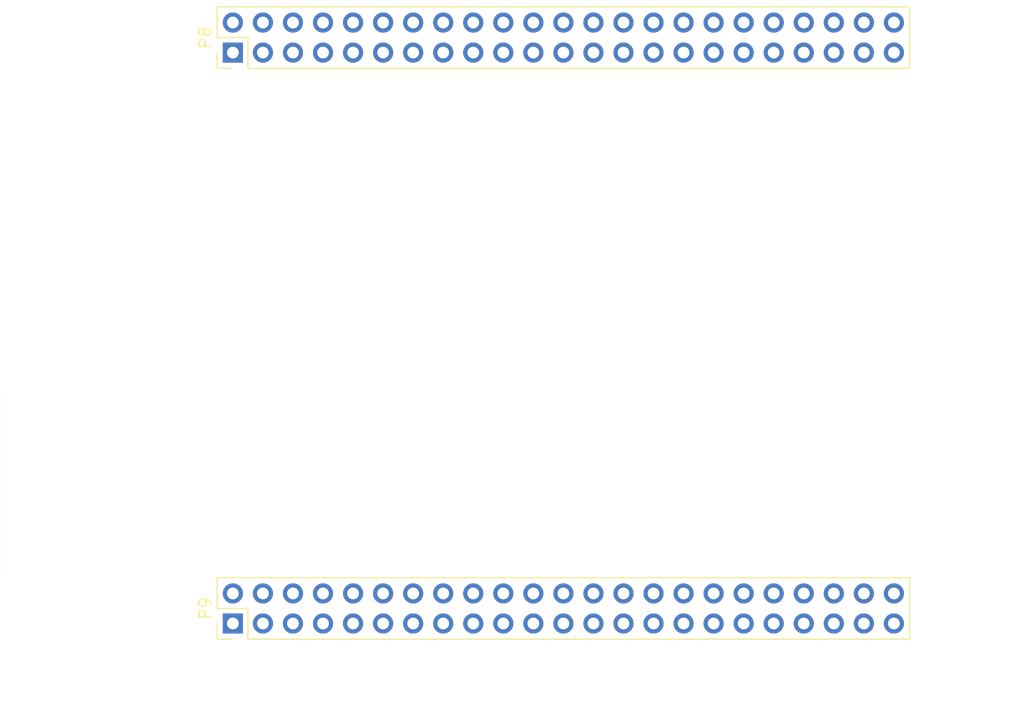
<source format=kicad_pcb>
(kicad_pcb (version 20240108) (generator "pcbnew") (generator_version "8.0")
  (layers (0 "F.Cu" signal) (31 "B.Cu" signal) (34 "B.Paste" user) (35 "F.Paste" user) (36 "B.SilkS" user "B.Silkscreen") (37 "F.SilkS" user "F.Silkscreen") (38 "B.Mask" user) (39 "F.Mask" user) (44 "Edge.Cuts" user))
  (net 0 "")
  (net 1 "/SPI1.D0")
  (net 2 "/MMC1.DAT6")
  (net 3 "/MMC1.DAT7")
  (net 4 "/MMC1.DAT2")
  (net 5 "/MMC1.DAT3")
  (net 6 "/GPIO66")
  (net 7 "/GPIO67")
  (net 8 "/GPIO69")
  (net 9 "/GPIO68")
  (net 10 "/GPIO45")
  (net 11 "/GPIO44")
  (net 12 "/GPIO23")
  (net 13 "/GPIO26")
  (net 14 "/GPIO47")
  (net 15 "/GPIO46")
  (net 16 "/GPIO27")
  (net 17 "/LCD.AC_BIAS_E")
  (net 18 "/LCD.HSYNC")
  (net 19 "/GPIO65")
  (net 20 "/LCD.VSYNC")
  (net 21 "/LCD.PCLK")
  (net 22 "/GPIO22")
  (net 23 "/MMC1.DAT5")
  (net 24 "/MMC1.DAT4")
  (net 25 "/MMC1.DAT1")
  (net 26 "/MMC1.CLK")
  (net 27 "/MMC1.CMD")
  (net 28 "/MMC1.DAT0")
  (net 29 "/GPIO61")
  (net 30 "/LCD.DATA14")
  (net 31 "/LCD.DATA15")
  (net 32 "/LCD.DATA13")
  (net 33 "/LCD.DATA11")
  (net 34 "/LCD.DATA8")
  (net 35 "/LCD.DATA10")
  (net 36 "/LCD.DATA6")
  (net 37 "/LCD.DATA9")
  (net 38 "/LCD.DATA4")
  (net 39 "/LCD.DATA7")
  (net 40 "/LCD.DATA2")
  (net 41 "/LCD.DATA5")
  (net 42 "/LCD.DATA0")
  (net 43 "/LCD.DATA3")
  (net 44 "/LCD.DATA1")
  (net 45 "/GPIO30")
  (net 46 "/GPIO60")
  (net 47 "/GPIO31")
  (net 48 "/I2C2.SDA")
  (net 49 "/I2C2.SCL")
  (net 50 "GNDD")
  (net 51 "+3V3")
  (net 52 "+5V")
  (net 53 "/GPIO40")
  (net 54 "/GPIO48")
  (net 55 "/AIN1")
  (net 56 "/AIN0")
  (net 57 "/AIN3")
  (net 58 "/AIN2")
  (net 59 "/AIN5")
  (net 60 "/AIN6")
  (net 61 "GNDA")
  (net 62 "/AIN4")
  (net 63 "+1V8")
  (net 64 "/GPIO51")
  (net 65 "/GPIO4")
  (net 66 "/GPIO5")
  (net 67 "/GPIO3")
  (net 68 "/GPIO2")
  (net 69 "/GPIO49")
  (net 70 "/GPIO15")
  (net 71 "/GPIO117")
  (net 72 "/GPIO14")
  (net 73 "/GPIO125")
  (net 74 "/GPIO122")
  (net 75 "/GPIO20")
  (net 76 "/GPIO7")
  (net 77 "/~{SYS_RESET}")
  (net 78 "/PWR_BUT")
  (net 79 "VBUS")
  (net 80 "/SPI1.SCLK")
  (net 81 "/SPI1.CS0")
  (net 82 "/LCD.DATA12")
  (footprint "Connector_PinHeader_2.54mm:PinHeader_2x23_P2.54mm_Vertical" (layer "F.Cu") (at 119.685 49.834999 90)
    (property "Reference" "P8" (at 1.27 -2.33 -90) (layer "F.SilkS"))
    (property "Value" "BeagleBone_Black_Header" (hide yes))
    (fp_line (start 3.87 -1.33) (end 3.87 57.21) (stroke (width 0.12)) (layer "F.SilkS"))
    (fp_line (start 1.27 -1.33) (end 3.87 -1.33) (stroke (width 0.12)) (layer "F.SilkS"))
    (fp_line (start -1.33 -1.33) (end 0 -1.33) (stroke (width 0.12)) (layer "F.SilkS"))
    (fp_line (start -1.33 0) (end -1.33 -1.33) (stroke (width 0.12)) (layer "F.SilkS"))
    (fp_line (start 1.27 1.27) (end 1.27 -1.33) (stroke (width 0.12)) (layer "F.SilkS"))
    (fp_line (start -1.33 1.27) (end 1.27 1.27) (stroke (width 0.12)) (layer "F.SilkS"))
    (fp_line (start -1.33 1.27) (end -1.33 57.21) (stroke (width 0.12)) (layer "F.SilkS"))
    (fp_line (start -1.33 57.21) (end 3.87 57.21) (stroke (width 0.12)) (layer "F.SilkS"))
    (pad "1" thru_hole rect (at 0 0 90) (size 1.7 1.7) (drill 1) (layers "*.Cu" "*.Mask") (net 50 "GNDD"))
    (pad "2" thru_hole oval (at 2.54 0 90) (size 1.7 1.7) (drill 1) (layers "*.Cu" "*.Mask") (net 50 "GNDD"))
    (pad "3" thru_hole oval (at 0 2.54 90) (size 1.7 1.7) (drill 1) (layers "*.Cu" "*.Mask") (net 2 "/MMC1.DAT6"))
    (pad "4" thru_hole oval (at 2.54 2.54 90) (size 1.7 1.7) (drill 1) (layers "*.Cu" "*.Mask") (net 3 "/MMC1.DAT7"))
    (pad "5" thru_hole oval (at 0 5.08 90) (size 1.7 1.7) (drill 1) (layers "*.Cu" "*.Mask") (net 4 "/MMC1.DAT2"))
    (pad "6" thru_hole oval (at 2.54 5.08 90) (size 1.7 1.7) (drill 1) (layers "*.Cu" "*.Mask") (net 5 "/MMC1.DAT3"))
    (pad "7" thru_hole oval (at 0 7.62 90) (size 1.7 1.7) (drill 1) (layers "*.Cu" "*.Mask") (net 6 "/GPIO66"))
    (pad "8" thru_hole oval (at 2.54 7.62 90) (size 1.7 1.7) (drill 1) (layers "*.Cu" "*.Mask") (net 7 "/GPIO67"))
    (pad "9" thru_hole oval (at 0 10.16 90) (size 1.7 1.7) (drill 1) (layers "*.Cu" "*.Mask") (net 8 "/GPIO69"))
    (pad "10" thru_hole oval (at 2.54 10.16 90) (size 1.7 1.7) (drill 1) (layers "*.Cu" "*.Mask") (net 9 "/GPIO68"))
    (pad "11" thru_hole oval (at 0 12.7 90) (size 1.7 1.7) (drill 1) (layers "*.Cu" "*.Mask") (net 10 "/GPIO45"))
    (pad "12" thru_hole oval (at 2.54 12.7 90) (size 1.7 1.7) (drill 1) (layers "*.Cu" "*.Mask") (net 11 "/GPIO44"))
    (pad "13" thru_hole oval (at 0 15.24 90) (size 1.7 1.7) (drill 1) (layers "*.Cu" "*.Mask") (net 12 "/GPIO23"))
    (pad "14" thru_hole oval (at 2.54 15.24 90) (size 1.7 1.7) (drill 1) (layers "*.Cu" "*.Mask") (net 13 "/GPIO26"))
    (pad "15" thru_hole oval (at 0 17.78 90) (size 1.7 1.7) (drill 1) (layers "*.Cu" "*.Mask") (net 14 "/GPIO47"))
    (pad "16" thru_hole oval (at 2.54 17.78 90) (size 1.7 1.7) (drill 1) (layers "*.Cu" "*.Mask") (net 15 "/GPIO46"))
    (pad "17" thru_hole oval (at 0 20.32 90) (size 1.7 1.7) (drill 1) (layers "*.Cu" "*.Mask") (net 16 "/GPIO27"))
    (pad "18" thru_hole oval (at 2.54 20.32 90) (size 1.7 1.7) (drill 1) (layers "*.Cu" "*.Mask") (net 19 "/GPIO65"))
    (pad "19" thru_hole oval (at 0 22.86 90) (size 1.7 1.7) (drill 1) (layers "*.Cu" "*.Mask") (net 22 "/GPIO22"))
    (pad "20" thru_hole oval (at 2.54 22.86 90) (size 1.7 1.7) (drill 1) (layers "*.Cu" "*.Mask") (net 27 "/MMC1.CMD"))
    (pad "21" thru_hole oval (at 0 25.4 90) (size 1.7 1.7) (drill 1) (layers "*.Cu" "*.Mask") (net 26 "/MMC1.CLK"))
    (pad "22" thru_hole oval (at 2.54 25.4 90) (size 1.7 1.7) (drill 1) (layers "*.Cu" "*.Mask") (net 23 "/MMC1.DAT5"))
    (pad "23" thru_hole oval (at 0 27.94 90) (size 1.7 1.7) (drill 1) (layers "*.Cu" "*.Mask") (net 24 "/MMC1.DAT4"))
    (pad "24" thru_hole oval (at 2.54 27.94 90) (size 1.7 1.7) (drill 1) (layers "*.Cu" "*.Mask") (net 25 "/MMC1.DAT1"))
    (pad "25" thru_hole oval (at 0 30.48 90) (size 1.7 1.7) (drill 1) (layers "*.Cu" "*.Mask") (net 28 "/MMC1.DAT0"))
    (pad "26" thru_hole oval (at 2.54 30.48 90) (size 1.7 1.7) (drill 1) (layers "*.Cu" "*.Mask") (net 29 "/GPIO61"))
    (pad "27" thru_hole oval (at 0 33.02 90) (size 1.7 1.7) (drill 1) (layers "*.Cu" "*.Mask") (net 20 "/LCD.VSYNC"))
    (pad "28" thru_hole oval (at 2.54 33.02 90) (size 1.7 1.7) (drill 1) (layers "*.Cu" "*.Mask") (net 21 "/LCD.PCLK"))
    (pad "29" thru_hole oval (at 0 35.56 90) (size 1.7 1.7) (drill 1) (layers "*.Cu" "*.Mask") (net 18 "/LCD.HSYNC"))
    (pad "30" thru_hole oval (at 2.54 35.56 90) (size 1.7 1.7) (drill 1) (layers "*.Cu" "*.Mask") (net 17 "/LCD.AC_BIAS_E"))
    (pad "31" thru_hole oval (at 0 38.1 90) (size 1.7 1.7) (drill 1) (layers "*.Cu" "*.Mask") (net 30 "/LCD.DATA14"))
    (pad "32" thru_hole oval (at 2.54 38.1 90) (size 1.7 1.7) (drill 1) (layers "*.Cu" "*.Mask") (net 31 "/LCD.DATA15"))
    (pad "33" thru_hole oval (at 0 40.64 90) (size 1.7 1.7) (drill 1) (layers "*.Cu" "*.Mask") (net 32 "/LCD.DATA13"))
    (pad "34" thru_hole oval (at 2.54 40.64 90) (size 1.7 1.7) (drill 1) (layers "*.Cu" "*.Mask") (net 33 "/LCD.DATA11"))
    (pad "35" thru_hole oval (at 0 43.18 90) (size 1.7 1.7) (drill 1) (layers "*.Cu" "*.Mask") (net 82 "/LCD.DATA12"))
    (pad "36" thru_hole oval (at 2.54 43.18 90) (size 1.7 1.7) (drill 1) (layers "*.Cu" "*.Mask") (net 35 "/LCD.DATA10"))
    (pad "37" thru_hole oval (at 0 45.72 90) (size 1.7 1.7) (drill 1) (layers "*.Cu" "*.Mask") (net 34 "/LCD.DATA8"))
    (pad "38" thru_hole oval (at 2.54 45.72 90) (size 1.7 1.7) (drill 1) (layers "*.Cu" "*.Mask") (net 37 "/LCD.DATA9"))
    (pad "39" thru_hole oval (at 0 48.26 90) (size 1.7 1.7) (drill 1) (layers "*.Cu" "*.Mask") (net 36 "/LCD.DATA6"))
    (pad "40" thru_hole oval (at 2.54 48.26 90) (size 1.7 1.7) (drill 1) (layers "*.Cu" "*.Mask") (net 39 "/LCD.DATA7"))
    (pad "41" thru_hole oval (at 0 50.8 90) (size 1.7 1.7) (drill 1) (layers "*.Cu" "*.Mask") (net 38 "/LCD.DATA4"))
    (pad "42" thru_hole oval (at 2.54 50.8 90) (size 1.7 1.7) (drill 1) (layers "*.Cu" "*.Mask") (net 41 "/LCD.DATA5"))
    (pad "43" thru_hole oval (at 0 53.34 90) (size 1.7 1.7) (drill 1) (layers "*.Cu" "*.Mask") (net 40 "/LCD.DATA2"))
    (pad "44" thru_hole oval (at 2.54 53.34 90) (size 1.7 1.7) (drill 1) (layers "*.Cu" "*.Mask") (net 43 "/LCD.DATA3"))
    (pad "45" thru_hole oval (at 0 55.88 90) (size 1.7 1.7) (drill 1) (layers "*.Cu" "*.Mask") (net 42 "/LCD.DATA0"))
    (pad "46" thru_hole oval (at 2.54 55.88 90) (size 1.7 1.7) (drill 1) (layers "*.Cu" "*.Mask") (net 44 "/LCD.DATA1"))
  )
  (footprint "Connector_PinHeader_2.54mm:PinHeader_2x23_P2.54mm_Vertical" (layer "F.Cu") (at 119.685 98.095 90)
    (property "Reference" "P9" (at 1.27 -2.33 -90) (layer "F.SilkS"))
    (property "Value" "BeagleBone_Black_Header" (hide yes))
    (fp_line (start 3.87 -1.33) (end 3.87 57.21) (stroke (width 0.12)) (layer "F.SilkS"))
    (fp_line (start 1.27 -1.33) (end 3.87 -1.33) (stroke (width 0.12)) (layer "F.SilkS"))
    (fp_line (start -1.33 -1.33) (end 0 -1.33) (stroke (width 0.12)) (layer "F.SilkS"))
    (fp_line (start -1.33 0) (end -1.33 -1.33) (stroke (width 0.12)) (layer "F.SilkS"))
    (fp_line (start 1.27 1.27) (end 1.27 -1.33) (stroke (width 0.12)) (layer "F.SilkS"))
    (fp_line (start -1.33 1.27) (end 1.27 1.27) (stroke (width 0.12)) (layer "F.SilkS"))
    (fp_line (start -1.33 1.27) (end -1.33 57.21) (stroke (width 0.12)) (layer "F.SilkS"))
    (fp_line (start -1.33 57.21) (end 3.87 57.21) (stroke (width 0.12)) (layer "F.SilkS"))
    (pad "1" thru_hole rect (at 0 0 90) (size 1.7 1.7) (drill 1) (layers "*.Cu" "*.Mask") (net 50 "GNDD"))
    (pad "2" thru_hole oval (at 2.54 0 90) (size 1.7 1.7) (drill 1) (layers "*.Cu" "*.Mask") (net 50 "GNDD"))
    (pad "3" thru_hole oval (at 0 2.54 90) (size 1.7 1.7) (drill 1) (layers "*.Cu" "*.Mask") (net 51 "+3V3"))
    (pad "4" thru_hole oval (at 2.54 2.54 90) (size 1.7 1.7) (drill 1) (layers "*.Cu" "*.Mask") (net 51 "+3V3"))
    (pad "5" thru_hole oval (at 0 5.08 90) (size 1.7 1.7) (drill 1) (layers "*.Cu" "*.Mask") (net 52 "+5V"))
    (pad "6" thru_hole oval (at 2.54 5.08 90) (size 1.7 1.7) (drill 1) (layers "*.Cu" "*.Mask") (net 52 "+5V"))
    (pad "7" thru_hole oval (at 0 7.62 90) (size 1.7 1.7) (drill 1) (layers "*.Cu" "*.Mask") (net 79 "VBUS"))
    (pad "8" thru_hole oval (at 2.54 7.62 90) (size 1.7 1.7) (drill 1) (layers "*.Cu" "*.Mask") (net 79 "VBUS"))
    (pad "9" thru_hole oval (at 0 10.16 90) (size 1.7 1.7) (drill 1) (layers "*.Cu" "*.Mask") (net 78 "/PWR_BUT"))
    (pad "10" thru_hole oval (at 2.54 10.16 90) (size 1.7 1.7) (drill 1) (layers "*.Cu" "*.Mask") (net 77 "/~{SYS_RESET}"))
    (pad "11" thru_hole oval (at 0 12.7 90) (size 1.7 1.7) (drill 1) (layers "*.Cu" "*.Mask") (net 45 "/GPIO30"))
    (pad "12" thru_hole oval (at 2.54 12.7 90) (size 1.7 1.7) (drill 1) (layers "*.Cu" "*.Mask") (net 46 "/GPIO60"))
    (pad "13" thru_hole oval (at 0 15.24 90) (size 1.7 1.7) (drill 1) (layers "*.Cu" "*.Mask") (net 47 "/GPIO31"))
    (pad "14" thru_hole oval (at 2.54 15.24 90) (size 1.7 1.7) (drill 1) (layers "*.Cu" "*.Mask") (net 53 "/GPIO40"))
    (pad "15" thru_hole oval (at 0 17.78 90) (size 1.7 1.7) (drill 1) (layers "*.Cu" "*.Mask") (net 54 "/GPIO48"))
    (pad "16" thru_hole oval (at 2.54 17.78 90) (size 1.7 1.7) (drill 1) (layers "*.Cu" "*.Mask") (net 64 "/GPIO51"))
    (pad "17" thru_hole oval (at 0 20.32 90) (size 1.7 1.7) (drill 1) (layers "*.Cu" "*.Mask") (net 65 "/GPIO4"))
    (pad "18" thru_hole oval (at 2.54 20.32 90) (size 1.7 1.7) (drill 1) (layers "*.Cu" "*.Mask") (net 66 "/GPIO5"))
    (pad "19" thru_hole oval (at 0 22.86 90) (size 1.7 1.7) (drill 1) (layers "*.Cu" "*.Mask") (net 49 "/I2C2.SCL"))
    (pad "20" thru_hole oval (at 2.54 22.86 90) (size 1.7 1.7) (drill 1) (layers "*.Cu" "*.Mask") (net 48 "/I2C2.SDA"))
    (pad "21" thru_hole oval (at 0 25.4 90) (size 1.7 1.7) (drill 1) (layers "*.Cu" "*.Mask") (net 67 "/GPIO3"))
    (pad "22" thru_hole oval (at 2.54 25.4 90) (size 1.7 1.7) (drill 1) (layers "*.Cu" "*.Mask") (net 68 "/GPIO2"))
    (pad "23" thru_hole oval (at 0 27.94 90) (size 1.7 1.7) (drill 1) (layers "*.Cu" "*.Mask") (net 69 "/GPIO49"))
    (pad "24" thru_hole oval (at 2.54 27.94 90) (size 1.7 1.7) (drill 1) (layers "*.Cu" "*.Mask") (net 70 "/GPIO15"))
    (pad "25" thru_hole oval (at 0 30.48 90) (size 1.7 1.7) (drill 1) (layers "*.Cu" "*.Mask") (net 71 "/GPIO117"))
    (pad "26" thru_hole oval (at 2.54 30.48 90) (size 1.7 1.7) (drill 1) (layers "*.Cu" "*.Mask") (net 72 "/GPIO14"))
    (pad "27" thru_hole oval (at 0 33.02 90) (size 1.7 1.7) (drill 1) (layers "*.Cu" "*.Mask") (net 73 "/GPIO125"))
    (pad "28" thru_hole oval (at 2.54 33.02 90) (size 1.7 1.7) (drill 1) (layers "*.Cu" "*.Mask") (net 81 "/SPI1.CS0"))
    (pad "29" thru_hole oval (at 0 35.56 90) (size 1.7 1.7) (drill 1) (layers "*.Cu" "*.Mask") (net 1 "/SPI1.D0"))
    (pad "30" thru_hole oval (at 2.54 35.56 90) (size 1.7 1.7) (drill 1) (layers "*.Cu" "*.Mask") (net 74 "/GPIO122"))
    (pad "31" thru_hole oval (at 0 38.1 90) (size 1.7 1.7) (drill 1) (layers "*.Cu" "*.Mask") (net 80 "/SPI1.SCLK"))
    (pad "32" thru_hole oval (at 2.54 38.1 90) (size 1.7 1.7) (drill 1) (layers "*.Cu" "*.Mask") (net 63 "+1V8"))
    (pad "33" thru_hole oval (at 0 40.64 90) (size 1.7 1.7) (drill 1) (layers "*.Cu" "*.Mask") (net 62 "/AIN4"))
    (pad "34" thru_hole oval (at 2.54 40.64 90) (size 1.7 1.7) (drill 1) (layers "*.Cu" "*.Mask") (net 61 "GNDA"))
    (pad "35" thru_hole oval (at 0 43.18 90) (size 1.7 1.7) (drill 1) (layers "*.Cu" "*.Mask") (net 60 "/AIN6"))
    (pad "36" thru_hole oval (at 2.54 43.18 90) (size 1.7 1.7) (drill 1) (layers "*.Cu" "*.Mask") (net 59 "/AIN5"))
    (pad "37" thru_hole oval (at 0 45.72 90) (size 1.7 1.7) (drill 1) (layers "*.Cu" "*.Mask") (net 58 "/AIN2"))
    (pad "38" thru_hole oval (at 2.54 45.72 90) (size 1.7 1.7) (drill 1) (layers "*.Cu" "*.Mask") (net 57 "/AIN3"))
    (pad "39" thru_hole oval (at 0 48.26 90) (size 1.7 1.7) (drill 1) (layers "*.Cu" "*.Mask") (net 56 "/AIN0"))
    (pad "40" thru_hole oval (at 2.54 48.26 90) (size 1.7 1.7) (drill 1) (layers "*.Cu" "*.Mask") (net 55 "/AIN1"))
    (pad "41" thru_hole oval (at 0 50.8 90) (size 1.7 1.7) (drill 1) (layers "*.Cu" "*.Mask") (net 75 "/GPIO20"))
    (pad "42" thru_hole oval (at 2.54 50.8 90) (size 1.7 1.7) (drill 1) (layers "*.Cu" "*.Mask") (net 76 "/GPIO7"))
    (pad "43" thru_hole oval (at 0 53.34 90) (size 1.7 1.7) (drill 1) (layers "*.Cu" "*.Mask") (net 50 "GNDD"))
    (pad "44" thru_hole oval (at 2.54 53.34 90) (size 1.7 1.7) (drill 1) (layers "*.Cu" "*.Mask") (net 50 "GNDD"))
    (pad "45" thru_hole oval (at 0 55.88 90) (size 1.7 1.7) (drill 1) (layers "*.Cu" "*.Mask") (net 50 "GNDD"))
    (pad "46" thru_hole oval (at 2.54 55.88 90) (size 1.7 1.7) (drill 1) (layers "*.Cu" "*.Mask") (net 50 "GNDD"))
  )
  (footprint "MountingHole:MountingHole_3.2mm_M3_DIN965" (layer "F.Cu") (at 180.645 51.739999)
    (property "Reference" "MH3" (hide yes))
    (property "Value" "MountingHole_3.2mm_M3_DIN965" (hide yes))
    (pad "" np_thru_hole circle (at 0 0) (size 3.2 3.2) (drill 3.2) (layers "*.Cu" "*.Mask"))
  )
  (footprint "Library:board" (layer "F.Cu") (at 143.18 72.695)
    (property "Reference" "BOARD" (hide yes))
    (property "Value" "board" (hide yes))
    (fp_line (start -43.18 6.35) (end -43.18 20.955) (stroke (width 0.00254)) (layer "Edge.Cuts"))
    (fp_line (start -37.465 -27.305) (end -37.465 -11.43) (stroke (width 0.00254)) (layer "Edge.Cuts"))
    (fp_line (start -37.465 -11.43) (end -22.86 -11.43) (stroke (width 0.00254)) (layer "Edge.Cuts"))
    (fp_line (start -36.83 27.305) (end 30.48 27.305) (stroke (width 0.00254)) (layer "Edge.Cuts"))
    (fp_line (start -22.86 -11.43) (end -22.86 6.35) (stroke (width 0.00254)) (layer "Edge.Cuts"))
    (fp_line (start -22.86 6.35) (end -43.18 6.35) (stroke (width 0.00254)) (layer "Edge.Cuts"))
    (fp_line (start 30.48 -27.305) (end -37.465 -27.305) (stroke (width 0.00254)) (layer "Edge.Cuts"))
    (fp_line (start 43.18 14.605) (end 43.18 -14.605) (stroke (width 0.00254)) (layer "Edge.Cuts"))
    (fp_arc (start -36.83 27.305) (mid -41.320128 25.445128) (end -43.18 20.955) (stroke (width 0.00254)) (layer "Edge.Cuts"))
    (fp_arc (start 30.48 -27.305) (mid 39.460256 -23.585256) (end 43.18 -14.605) (stroke (width 0.00254)) (layer "Edge.Cuts"))
    (fp_arc (start 43.18 14.605) (mid 39.460256 23.585256) (end 30.48 27.305) (stroke (width 0.00254)) (layer "Edge.Cuts"))
  )
  (footprint "MountingHole:MountingHole_3.2mm_M3_DIN965" (layer "F.Cu") (at 180.645 93.649999)
    (property "Reference" "MH4" (hide yes))
    (property "Value" "MountingHole_3.2mm_M3_DIN965" (hide yes))
    (pad "" np_thru_hole circle (at 0 0) (size 3.2 3.2) (drill 3.2) (layers "*.Cu" "*.Mask"))
  )
  (footprint "MountingHole:MountingHole_3.2mm_M3_DIN965" (layer "F.Cu") (at 114.605 48.565)
    (property "Reference" "MH1" (hide yes))
    (property "Value" "MountingHole_3.2mm_M3_DIN965" (hide yes))
    (pad "" np_thru_hole circle (at 0 0) (size 3.2 3.2) (drill 3.2) (layers "*.Cu" "*.Mask"))
  )
  (footprint "MountingHole:MountingHole_3.2mm_M3_DIN965" (layer "F.Cu") (at 114.605 96.824999)
    (property "Reference" "MH2" (hide yes))
    (property "Value" "MountingHole_3.2mm_M3_DIN965" (hide yes))
    (pad "" np_thru_hole circle (at 0 0) (size 3.2 3.2) (drill 3.2) (layers "*.Cu" "*.Mask"))
  )
)
</source>
